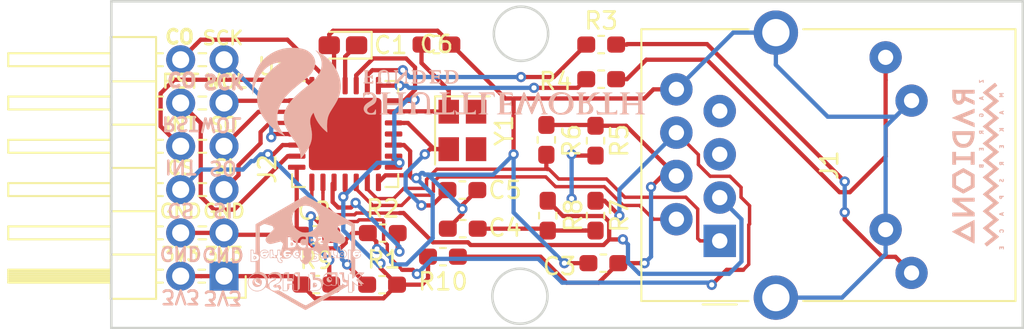
<source format=kicad_pcb>
(kicad_pcb (version 20171130) (host pcbnew "(5.1.4)-1")
  (layers (0 F.Cu signal) (31 B.Cu signal) (34 B.Paste user) (35 F.Paste user) (36 B.SilkS user) (37 F.SilkS user) (38 B.Mask user) (39 F.Mask user) (44 Edge.Cuts user))
  (net 0 "")
  (net 1 "Net-(C1-Pad1)")
  (net 2 GND)
  (net 3 "Net-(C2-Pad1)")
  (net 4 "Net-(C3-Pad2)")
  (net 5 "Net-(C4-Pad2)")
  (net 6 TPOUT+)
  (net 7 TPOUT-)
  (net 8 TPIN+)
  (net 9 "Net-(J1-PadR5)")
  (net 10 TPIN-)
  (net 11 "Net-(J1-PadR7)")
  (net 12 "Net-(J1-PadL1)")
  (net 13 "Net-(J1-PadL4)")
  (net 14 CS)
  (net 15 SI)
  (net 16 INT)
  (net 17 SO)
  (net 18 RESET)
  (net 19 CLKOUT)
  (net 20 WOL)
  (net 21 SCK)
  (net 22 +3V3)
  (net 23 "Net-(R2-Pad2)")
  (net 24 LEDA)
  (net 25 LEDB)
  (net 26 "Net-(C5-Pad1)")
  (net 27 "Net-(C6-Pad1)")
  (module Connector_PinHeader_2.54mm:PinHeader_2x06_P2.54mm_Horizontal (layer F.Cu) (at 128.651 75.311 180)
    (fp_text reference J2 (at -2.54 6.2865 90) (layer F.SilkS))
    (fp_text value Conn_02x06_Odd_Even)
    (pad 1 thru_hole rect (at 0 0 180) (size 1.7 1.7) (drill 1) (layers *.Cu *.Mask) (net 22 +3V3))
    (pad 2 thru_hole oval (at 2.54 0 180) (size 1.7 1.7) (drill 1) (layers *.Cu *.Mask) (net 22 +3V3))
    (pad 3 thru_hole oval (at 0 2.54 180) (size 1.7 1.7) (drill 1) (layers *.Cu *.Mask) (net 2 GND))
    (pad 4 thru_hole oval (at 2.54 2.54 180) (size 1.7 1.7) (drill 1) (layers *.Cu *.Mask) (net 2 GND))
    (pad 5 thru_hole oval (at 0 5.08 180) (size 1.7 1.7) (drill 1) (layers *.Cu *.Mask) (net 15 SI))
    (pad 6 thru_hole oval (at 2.54 5.08 180) (size 1.7 1.7) (drill 1) (layers *.Cu *.Mask) (net 14 CS))
    (pad 7 thru_hole oval (at 0 7.62 180) (size 1.7 1.7) (drill 1) (layers *.Cu *.Mask) (net 17 SO))
    (pad 8 thru_hole oval (at 2.54 7.62 180) (size 1.7 1.7) (drill 1) (layers *.Cu *.Mask) (net 16 INT))
    (pad 9 thru_hole oval (at 0 10.16 180) (size 1.7 1.7) (drill 1) (layers *.Cu *.Mask) (net 20 WOL))
    (pad 10 thru_hole oval (at 2.54 10.16 180) (size 1.7 1.7) (drill 1) (layers *.Cu *.Mask) (net 18 RESET))
    (pad 11 thru_hole oval (at 0 12.7 180) (size 1.7 1.7) (drill 1) (layers *.Cu *.Mask) (net 21 SCK))
    (pad 12 thru_hole oval (at 2.54 12.7 180) (size 1.7 1.7) (drill 1) (layers *.Cu *.Mask) (net 19 CLKOUT))
  )
  (module parts:OSH_7x7 (layer B.Cu) (at 133.477 73.787)
    (fp_text reference G*** hide)
    (fp_text value LOGO hide)
  )
  (module Capacitor_Tantalum_SMD:CP_EIA-1608-08_AVX-J_Pad1.25x1.05mm_HandSolder (layer F.Cu) (at 135.617 61.761 180)
    (fp_text reference C1 (at -2.8 0 180) (layer F.SilkS))
    (fp_text value 10u)
    (pad 1 smd roundrect (at -0.8 0 180) (size 1.25 1.05) (layers F.Cu F.Paste F.Mask) (roundrect_rratio 0.238095) (net 1 "Net-(C1-Pad1)"))
    (pad 2 smd roundrect (at 0.8 0 180) (size 1.25 1.05) (layers F.Cu F.Paste F.Mask) (roundrect_rratio 0.238095) (net 2 GND))
  )
  (module Capacitor_SMD:C_0603_1608Metric_Pad1.05x0.95mm_HandSolder (layer F.Cu) (at 134.05498 72.88276 180)
    (fp_text reference C2 (at 0.127 1.397 180) (layer F.SilkS))
    (fp_text value 100n)
    (pad 1 smd roundrect (at -0.875 0 180) (size 1.05 0.95) (layers F.Cu F.Paste F.Mask) (net 3 "Net-(C2-Pad1)"))
    (pad 2 smd roundrect (at 0.875 0 180) (size 1.05 0.95) (layers F.Cu F.Paste F.Mask) (net 2 GND))
  )
  (module Capacitor_SMD:C_0603_1608Metric_Pad1.05x0.95mm_HandSolder (layer F.Cu) (at 150.876 74.549)
    (fp_text reference C3 (at -2.567 0.185) (layer F.SilkS))
    (fp_text value 100n)
    (pad 1 smd roundrect (at -0.875 0) (size 1.05 0.95) (layers F.Cu F.Paste F.Mask) (net 2 GND))
    (pad 2 smd roundrect (at 0.875 0) (size 1.05 0.95) (layers F.Cu F.Paste F.Mask) (net 4 "Net-(C3-Pad2)"))
  )
  (module Capacitor_SMD:C_0603_1608Metric_Pad1.05x0.95mm_HandSolder (layer F.Cu) (at 142.63624 72.525)
    (fp_text reference C4 (at 2.48076 -0.0508) (layer F.SilkS))
    (fp_text value 100n)
    (pad 2 smd roundrect (at 0.875 0) (size 1.05 0.95) (layers F.Cu F.Paste F.Mask) (net 5 "Net-(C4-Pad2)"))
    (pad 1 smd roundrect (at -0.875 0) (size 1.05 0.95) (layers F.Cu F.Paste F.Mask) (net 2 GND))
  )
  (module Connector_RJ:RJ45_Amphenol_RJMG1BD3B8K1ANR (layer F.Cu) (at 157.69336 73.2409 90)
    (fp_text reference J1 (at 4.445 6.42364 90) (layer F.SilkS))
    (fp_text value RJ45)
    (pad R1 thru_hole rect (at 0 0 90) (size 1.9 1.9) (drill 0.9) (layers *.Cu *.Mask) (net 6 TPOUT+))
    (pad R2 thru_hole circle (at 1.27 -2.54 90) (size 1.9 1.9) (drill 0.9) (layers *.Cu *.Mask) (net 7 TPOUT-))
    (pad R3 thru_hole circle (at 2.54 0 90) (size 1.9 1.9) (drill 0.9) (layers *.Cu *.Mask) (net 8 TPIN+))
    (pad R4 thru_hole circle (at 3.81 -2.54 90) (size 1.9 1.9) (drill 0.9) (layers *.Cu *.Mask) (net 4 "Net-(C3-Pad2)"))
    (pad R5 thru_hole circle (at 5.08 0 90) (size 1.9 1.9) (drill 0.9) (layers *.Cu *.Mask) (net 9 "Net-(J1-PadR5)"))
    (pad R6 thru_hole circle (at 6.35 -2.54 90) (size 1.9 1.9) (drill 0.9) (layers *.Cu *.Mask) (net 10 TPIN-))
    (pad R7 thru_hole circle (at 7.62 0 90) (size 1.9 1.9) (drill 0.9) (layers *.Cu *.Mask) (net 11 "Net-(J1-PadR7)"))
    (pad R8 thru_hole circle (at 8.89 -2.54 90) (size 1.9 1.9) (drill 0.9) (layers *.Cu *.Mask) (net 2 GND))
    (pad L1 thru_hole circle (at 10.77 9.72 90) (size 1.89 1.89) (drill 0.89) (layers *.Cu *.Mask) (net 12 "Net-(J1-PadL1)"))
    (pad L2 thru_hole circle (at 8.23 11.24 90) (size 1.89 1.89) (drill 0.89) (layers *.Cu *.Mask) (net 2 GND))
    (pad L3 thru_hole circle (at 0.66 9.72 90) (size 1.89 1.89) (drill 0.89) (layers *.Cu *.Mask) (net 2 GND))
    (pad L4 thru_hole circle (at -1.88 11.24 90) (size 1.89 1.89) (drill 0.89) (layers *.Cu *.Mask) (net 13 "Net-(J1-PadL4)"))
    (pad 13 thru_hole circle (at -3.33 3.29 90) (size 2.6 2.6) (drill 1.6) (layers *.Cu *.Mask) (net 2 GND))
    (pad 13 thru_hole circle (at 12.22 3.29 90) (size 2.6 2.6) (drill 1.6) (layers *.Cu *.Mask) (net 2 GND))
    (pad "" np_thru_hole circle (at -1.27 6.34 90) (size 3.25 3.25) (drill 3.25) (layers *.Cu *.Mask))
    (pad "" np_thru_hole circle (at 10.16 6.34 90) (size 3.25 3.25) (drill 3.25) (layers *.Cu *.Mask))
  )
  (module Resistor_SMD:R_0603_1608Metric_Pad1.05x0.95mm_HandSolder (layer F.Cu) (at 137.91324 75.81138 180)
    (fp_text reference R1 (at -0.1016 1.4732 180) (layer F.SilkS))
    (fp_text value 4K7)
    (pad 1 smd roundrect (at -0.875 0 180) (size 1.05 0.95) (layers F.Cu F.Paste F.Mask) (net 22 +3V3))
    (pad 2 smd roundrect (at 0.875 0 180) (size 1.05 0.95) (layers F.Cu F.Paste F.Mask) (net 14 CS))
  )
  (module Resistor_SMD:R_0603_1608Metric_Pad1.05x0.95mm_HandSolder (layer F.Cu) (at 137.95134 72.7837)
    (fp_text reference R2 (at 0 -1.43) (layer F.SilkS))
    (fp_text value 2K7)
    (pad 2 smd roundrect (at 0.875 0) (size 1.05 0.95) (layers F.Cu F.Paste F.Mask) (net 23 "Net-(R2-Pad2)"))
    (pad 1 smd roundrect (at -0.875 0) (size 1.05 0.95) (layers F.Cu F.Paste F.Mask) (net 2 GND))
  )
  (module Resistor_SMD:R_0603_1608Metric_Pad1.05x0.95mm_HandSolder (layer F.Cu) (at 150.749 61.722)
    (fp_text reference R3 (at 0 -1.397) (layer F.SilkS))
    (fp_text value 270R)
    (pad 1 smd roundrect (at -0.875 0) (size 1.05 0.95) (layers F.Cu F.Paste F.Mask) (net 24 LEDA))
    (pad 2 smd roundrect (at 0.875 0) (size 1.05 0.95) (layers F.Cu F.Paste F.Mask) (net 13 "Net-(J1-PadL4)"))
  )
  (module Resistor_SMD:R_0603_1608Metric_Pad1.05x0.95mm_HandSolder (layer F.Cu) (at 150.749 63.754)
    (fp_text reference R4 (at -2.667 0.127) (layer F.SilkS))
    (fp_text value 270R)
    (pad 2 smd roundrect (at 0.875 0) (size 1.05 0.95) (layers F.Cu F.Paste F.Mask) (net 12 "Net-(J1-PadL1)"))
    (pad 1 smd roundrect (at -0.875 0) (size 1.05 0.95) (layers F.Cu F.Paste F.Mask) (net 25 LEDB))
  )
  (module Resistor_SMD:R_0603_1608Metric_Pad1.05x0.95mm_HandSolder (layer F.Cu) (at 150.417 67.361 90)
    (fp_text reference R5 (at 0 1.4 90) (layer F.SilkS))
    (fp_text value 270R)
    (pad 2 smd roundrect (at 0.875 0 90) (size 1.05 0.95) (layers F.Cu F.Paste F.Mask) (net 4 "Net-(C3-Pad2)"))
    (pad 1 smd roundrect (at -0.875 0 90) (size 1.05 0.95) (layers F.Cu F.Paste F.Mask) (net 7 TPOUT-))
  )
  (module Resistor_SMD:R_0603_1608Metric_Pad1.05x0.95mm_HandSolder (layer F.Cu) (at 147.53572 67.3133 90)
    (fp_text reference R6 (at -0.0477 1.48128 90) (layer F.SilkS))
    (fp_text value 270R)
    (pad 1 smd roundrect (at -0.875 0 90) (size 1.05 0.95) (layers F.Cu F.Paste F.Mask) (net 6 TPOUT+))
    (pad 2 smd roundrect (at 0.875 0 90) (size 1.05 0.95) (layers F.Cu F.Paste F.Mask) (net 4 "Net-(C3-Pad2)"))
  )
  (module Resistor_SMD:R_0603_1608Metric_Pad1.05x0.95mm_HandSolder (layer F.Cu) (at 150.417 71.761 270)
    (fp_text reference R7 (at 0 -1.4 270) (layer F.SilkS))
    (fp_text value 270R)
    (pad 1 smd roundrect (at -0.875 0 270) (size 1.05 0.95) (layers F.Cu F.Paste F.Mask) (net 10 TPIN-))
    (pad 2 smd roundrect (at 0.875 0 270) (size 1.05 0.95) (layers F.Cu F.Paste F.Mask) (net 5 "Net-(C4-Pad2)"))
  )
  (module Resistor_SMD:R_0603_1608Metric_Pad1.05x0.95mm_HandSolder (layer F.Cu) (at 147.617 71.761 270)
    (fp_text reference R8 (at -0.02178 -1.5 270) (layer F.SilkS))
    (fp_text value 270R)
    (pad 2 smd roundrect (at 0.875 0 270) (size 1.05 0.95) (layers F.Cu F.Paste F.Mask) (net 5 "Net-(C4-Pad2)"))
    (pad 1 smd roundrect (at -0.875 0 270) (size 1.05 0.95) (layers F.Cu F.Paste F.Mask) (net 8 TPIN+))
  )
  (module Resistor_SMD:R_0603_1608Metric_Pad1.05x0.95mm_HandSolder (layer F.Cu) (at 134.05498 75.80376)
    (fp_text reference R9 (at 0 -1.43) (layer F.SilkS))
    (fp_text value 4K7)
    (pad 2 smd roundrect (at 0.875 0) (size 1.05 0.95) (layers F.Cu F.Paste F.Mask) (net 3 "Net-(C2-Pad1)"))
    (pad 1 smd roundrect (at -0.875 0) (size 1.05 0.95) (layers F.Cu F.Paste F.Mask) (net 22 +3V3))
  )
  (module Resistor_SMD:R_0603_1608Metric_Pad1.05x0.95mm_HandSolder (layer F.Cu) (at 141.478 74.168 180)
    (fp_text reference R10 (at 0 -1.4605 180) (layer F.SilkS))
    (fp_text value 10R)
    (pad 1 smd roundrect (at -0.875 0 180) (size 1.05 0.95) (layers F.Cu F.Paste F.Mask) (net 4 "Net-(C3-Pad2)"))
    (pad 2 smd roundrect (at 0.875 0 180) (size 1.05 0.95) (layers F.Cu F.Paste F.Mask) (net 22 +3V3))
  )
  (module Capacitor_SMD:C_0603_1608Metric_Pad1.05x0.95mm_HandSolder (layer F.Cu) (at 142.617 70.261)
    (fp_text reference C5 (at 2.5 0) (layer F.SilkS))
    (fp_text value 18p)
    (pad 1 smd roundrect (at -0.875 0) (size 1.05 0.95) (layers F.Cu F.Paste F.Mask) (net 26 "Net-(C5-Pad1)"))
    (pad 2 smd roundrect (at 0.875 0) (size 1.05 0.95) (layers F.Cu F.Paste F.Mask) (net 2 GND))
  )
  (module Capacitor_SMD:C_0603_1608Metric_Pad1.05x0.95mm_HandSolder (layer F.Cu) (at 141.097 61.722)
    (fp_text reference C6 (at 0.004 -0.023) (layer F.SilkS))
    (fp_text value 18p)
    (pad 2 smd roundrect (at 0.875 0) (size 1.05 0.95) (layers F.Cu F.Paste F.Mask) (net 2 GND))
    (pad 1 smd roundrect (at -0.875 0) (size 1.05 0.95) (layers F.Cu F.Paste F.Mask) (net 27 "Net-(C6-Pad1)"))
  )
  (module Package_DFN_QFN:QFN-28-1EP_6x6mm_P0.65mm_EP4.25x4.25mm (layer F.Cu) (at 135.74776 66.96964)
    (fp_text reference U1 (at -4.13076 -3.95864 180) (layer F.SilkS))
    (fp_text value ENC28J60)
    (pad 29 smd roundrect (at 0 0) (size 4.25 4.25) (layers F.Cu F.Mask) (roundrect_rratio 0.058824))
    (pad 1 smd roundrect (at -2.8375 -1.95) (size 1.025 0.3) (layers F.Cu F.Paste F.Mask) (net 20 WOL))
    (pad 2 smd roundrect (at -2.8375 -1.3) (size 1.025 0.3) (layers F.Cu F.Paste F.Mask) (net 17 SO))
    (pad 3 smd roundrect (at -2.8375 -0.65) (size 1.025 0.3) (layers F.Cu F.Paste F.Mask) (net 15 SI))
    (pad 4 smd roundrect (at -2.8375 0) (size 1.025 0.3) (layers F.Cu F.Paste F.Mask) (net 21 SCK))
    (pad 5 smd roundrect (at -2.8375 0.65) (size 1.025 0.3) (layers F.Cu F.Paste F.Mask) (net 14 CS))
    (pad 6 smd roundrect (at -2.8375 1.3) (size 1.025 0.3) (layers F.Cu F.Paste F.Mask) (net 18 RESET))
    (pad 7 smd roundrect (at -2.8375 1.95) (size 1.025 0.3) (layers F.Cu F.Paste F.Mask) (net 2 GND))
    (pad 8 smd roundrect (at -1.95 2.8375) (size 0.3 1.025) (layers F.Cu F.Paste F.Mask) (net 10 TPIN-))
    (pad 9 smd roundrect (at -1.3 2.8375) (size 0.3 1.025) (layers F.Cu F.Paste F.Mask) (net 8 TPIN+))
    (pad 10 smd roundrect (at -0.65 2.8375) (size 0.3 1.025) (layers F.Cu F.Paste F.Mask) (net 23 "Net-(R2-Pad2)"))
    (pad 11 smd roundrect (at 0 2.8375) (size 0.3 1.025) (layers F.Cu F.Paste F.Mask) (net 22 +3V3))
    (pad 12 smd roundrect (at 0.65 2.8375) (size 0.3 1.025) (layers F.Cu F.Paste F.Mask) (net 7 TPOUT-))
    (pad 13 smd roundrect (at 1.3 2.8375) (size 0.3 1.025) (layers F.Cu F.Paste F.Mask) (net 6 TPOUT+))
    (pad 14 smd roundrect (at 1.95 2.8375) (size 0.3 1.025) (layers F.Cu F.Paste F.Mask) (net 2 GND))
    (pad 15 smd roundrect (at 2.8375 1.95) (size 1.025 0.3) (layers F.Cu F.Paste F.Mask) (net 22 +3V3))
    (pad 16 smd roundrect (at 2.8375 1.3) (size 1.025 0.3) (layers F.Cu F.Paste F.Mask) (net 22 +3V3))
    (pad 17 smd roundrect (at 2.8375 0.65) (size 1.025 0.3) (layers F.Cu F.Paste F.Mask) (net 2 GND))
    (pad 18 smd roundrect (at 2.8375 0) (size 1.025 0.3) (layers F.Cu F.Paste F.Mask) (net 2 GND))
    (pad 19 smd roundrect (at 2.8375 -0.65) (size 1.025 0.3) (layers F.Cu F.Paste F.Mask) (net 26 "Net-(C5-Pad1)"))
    (pad 20 smd roundrect (at 2.8375 -1.3) (size 1.025 0.3) (layers F.Cu F.Paste F.Mask) (net 27 "Net-(C6-Pad1)"))
    (pad 21 smd roundrect (at 2.8375 -1.95) (size 1.025 0.3) (layers F.Cu F.Paste F.Mask) (net 22 +3V3))
    (pad 22 smd roundrect (at 1.95 -2.8375) (size 0.3 1.025) (layers F.Cu F.Paste F.Mask) (net 25 LEDB))
    (pad 23 smd roundrect (at 1.3 -2.8375) (size 0.3 1.025) (layers F.Cu F.Paste F.Mask) (net 24 LEDA))
    (pad 24 smd roundrect (at 0.65 -2.8375) (size 0.3 1.025) (layers F.Cu F.Paste F.Mask) (net 22 +3V3))
    (pad 25 smd roundrect (at 0 -2.8375) (size 0.3 1.025) (layers F.Cu F.Paste F.Mask) (net 1 "Net-(C1-Pad1)"))
    (pad 26 smd roundrect (at -0.65 -2.8375) (size 0.3 1.025) (layers F.Cu F.Paste F.Mask) (net 2 GND))
    (pad 27 smd roundrect (at -1.3 -2.8375) (size 0.3 1.025) (layers F.Cu F.Paste F.Mask) (net 19 CLKOUT))
    (pad 28 smd roundrect (at -1.95 -2.8375) (size 0.3 1.025) (layers F.Cu F.Paste F.Mask) (net 16 INT))
  )
  (module Crystal:Crystal_SMD_SeikoEpson_FA238-4Pin_3.2x2.5mm (layer F.Cu) (at 142.617 66.761 270)
    (fp_text reference Y1 (at 0 -2.45 270) (layer F.SilkS))
    (fp_text value Crystal)
    (pad 1 smd rect (at -1.1 0.8 270) (size 1.4 1.2) (layers F.Cu F.Paste F.Mask) (net 27 "Net-(C6-Pad1)"))
    (pad 2 smd rect (at 1.1 0.8 270) (size 1.4 1.2) (layers F.Cu F.Paste F.Mask) (net 26 "Net-(C5-Pad1)"))
    (pad 3 smd rect (at 1.1 -0.8 270) (size 1.4 1.2) (layers F.Cu F.Paste F.Mask))
    (pad 4 smd rect (at -1.1 -0.8 270) (size 1.4 1.2) (layers F.Cu F.Paste F.Mask))
  )
  (module parts:shutleworth (layer B.Cu) (at 141.717 65.161)
    (fp_text reference G*** hide)
    (fp_text value LOGO hide)
  )
  (module parts:radiona-10mm (layer B.Cu) (at 172.817 68.761 270)
    (fp_text reference G*** hide)
    (fp_text value LOGO hide)
  )
  (gr_line (start 175.4505 78.359) (end 122.047 78.359) (layer Edge.Cuts) (width 0.15))
  (gr_line (start 175.4505 59.182) (end 175.4505 78.359) (layer Edge.Cuts) (width 0.15))
  (gr_line (start 122.047 59.182) (end 122.047 78.359) (layer Edge.Cuts) (width 0.15))
  (gr_line (start 175.4505 59.182) (end 122.047 59.182) (layer Edge.Cuts) (width 0.15))
  (gr_circle (center 145.9865 76.488554) (end 147.1295 77.631554) (layer Edge.Cuts) (width 0.15))
  (gr_circle (center 146.05 61.087) (end 145.288 59.69) (layer Edge.Cuts) (width 0.15))
  (gr_text SI (at 128.5875 71.4375 180) (layer B.SilkS) (effects (font (size 0.8 0.8)) (justify mirror)))
  (gr_text 3V3 (at 128.5875 76.581 180) (layer B.SilkS) (effects (font (size 0.8 0.8)) (justify mirror)))
  (gr_text GND (at 128.5875 74.041 180) (layer B.SilkS) (effects (font (size 0.8 0.8)) (justify mirror)))
  (gr_text WOL (at 128.4605 66.421 180) (layer B.SilkS) (effects (font (size 0.8 0.8)) (justify mirror)))
  (gr_text SO (at 128.5875 68.961 180) (layer B.SilkS) (effects (font (size 0.8 0.8)) (justify mirror)))
  (gr_text SCK (at 128.651 63.881 180) (layer B.SilkS) (effects (font (size 0.8 0.8) (thickness 0.2)) (justify mirror)))
  (gr_text INT (at 126.111 68.8975 180) (layer B.SilkS) (effects (font (size 0.8 0.8)) (justify mirror)))
  (gr_text 3V3 (at 126.111 76.5175 180) (layer B.SilkS) (effects (font (size 0.8 0.8)) (justify mirror)))
  (gr_text RST (at 126.111 66.3575 180) (layer B.SilkS) (effects (font (size 0.8 0.8)) (justify mirror)))
  (gr_text CS (at 126.111 71.4375 180) (layer B.SilkS) (effects (font (size 0.8 0.8)) (justify mirror)))
  (gr_text GND (at 126.111 73.9775 180) (layer B.SilkS) (effects (font (size 0.8 0.8)) (justify mirror)))
  (gr_text CO (at 126.1745 63.754 180) (layer B.SilkS) (effects (font (size 0.8 0.8) (thickness 0.2)) (justify mirror)))
  (gr_text 3V3 (at 128.651 74.041) (layer F.SilkS) (effects (font (size 0.8 0.8))))
  (gr_text 3V3 (at 126.111 74.041) (layer F.SilkS) (effects (font (size 0.8 0.8))))
  (gr_text GND (at 128.651 71.501) (layer F.SilkS) (effects (font (size 0.8 0.8))))
  (gr_text GND (at 126.111 71.501) (layer F.SilkS) (effects (font (size 0.8 0.8))))
  (gr_text SCK (at 128.5875 61.341) (layer F.SilkS) (effects (font (size 0.8 0.8))))
  (gr_text WOL (at 128.778 63.881) (layer F.SilkS) (effects (font (size 0.8 0.8))))
  (gr_text CO (at 126.0475 61.2775) (layer F.SilkS) (effects (font (size 0.8 0.8) (thickness 0.2))))
  (gr_text RST (at 126.111 63.881) (layer F.SilkS) (effects (font (size 0.8 0.8))))
  (gr_text SO (at 128.651 66.421) (layer F.SilkS) (effects (font (size 0.8 0.8))))
  (gr_text INT (at 126.111 66.421) (layer F.SilkS) (effects (font (size 0.8 0.8))))
  (gr_text SI (at 128.651 68.8975) (layer F.SilkS) (effects (font (size 0.8 0.8))))
  (gr_text CS (at 126.111 68.961) (layer F.SilkS) (effects (font (size 0.8 0.8))))
  (segment (start 135.74776 62.43024) (end 135.74776 64.13214) (width 0.25) (layer F.Cu) (net 1))
  (segment (start 136.417 61.761) (end 135.74776 62.43024) (width 0.25) (layer F.Cu) (net 1))
  (segment (start 135.09776 62.04176) (end 135.09776 64.13214) (width 0.25) (layer F.Cu) (net 2))
  (segment (start 134.817 61.761) (end 135.09776 62.04176) (width 0.25) (layer F.Cu) (net 2))
  (segment (start 132.91026 72.61304) (end 133.17998 72.88276) (width 0.25) (layer F.Cu) (net 2))
  (segment (start 132.91026 68.91964) (end 132.91026 72.61304) (width 0.25) (layer F.Cu) (net 2))
  (segment (start 128.76276 72.88276) (end 128.651 72.771) (width 0.25) (layer F.Cu) (net 2))
  (segment (start 133.17998 72.88276) (end 128.76276 72.88276) (width 0.25) (layer F.Cu) (net 2))
  (segment (start 128.651 72.771) (end 126.111 72.771) (width 0.25) (layer F.Cu) (net 2))
  (segment (start 138.58526 67.61964) (end 138.58526 66.96964) (width 0.25) (layer F.Cu) (net 2))
  (via (at 142.617 71.361) (size 0.6) (drill 0.3) (layers F.Cu B.Cu) (net 2))
  (segment (start 142.617 71.136) (end 143.492 70.261) (width 0.25) (layer F.Cu) (net 2))
  (segment (start 142.617 71.361) (end 142.617 71.136) (width 0.25) (layer F.Cu) (net 2))
  (segment (start 142.617 71.66924) (end 141.76124 72.525) (width 0.25) (layer F.Cu) (net 2))
  (segment (start 142.617 71.361) (end 142.617 71.66924) (width 0.25) (layer F.Cu) (net 2))
  (via (at 145.617 68.161) (size 0.6) (drill 0.3) (layers F.Cu B.Cu) (net 2))
  (segment (start 145.617 68.161) (end 145.617 64.886) (width 0.25) (layer F.Cu) (net 2))
  (segment (start 133.17998 72.88276) (end 133.97999 73.68277) (width 0.25) (layer F.Cu) (net 2))
  (segment (start 135.77999 73.175347) (end 136.171637 72.7837) (width 0.25) (layer F.Cu) (net 2))
  (segment (start 135.77999 73.35326) (end 135.77999 73.175347) (width 0.25) (layer F.Cu) (net 2))
  (segment (start 137.575412 73.676021) (end 137.616989 73.717598) (width 0.25) (layer F.Cu) (net 2))
  (segment (start 137.07634 72.7837) (end 137.575412 73.282772) (width 0.25) (layer F.Cu) (net 2))
  (segment (start 135.45048 73.68277) (end 135.77999 73.35326) (width 0.25) (layer F.Cu) (net 2))
  (segment (start 137.575412 73.282772) (end 137.575412 73.676021) (width 0.25) (layer F.Cu) (net 2))
  (via (at 137.616989 73.717598) (size 0.6) (drill 0.3) (layers F.Cu B.Cu) (net 2))
  (segment (start 136.45134 72.7837) (end 137.07634 72.7837) (width 0.25) (layer F.Cu) (net 2))
  (segment (start 136.171637 72.7837) (end 136.45134 72.7837) (width 0.25) (layer F.Cu) (net 2))
  (segment (start 133.97999 73.68277) (end 135.45048 73.68277) (width 0.25) (layer F.Cu) (net 2))
  (segment (start 167.41336 73.917331) (end 167.41336 72.5809) (width 0.25) (layer B.Cu) (net 2))
  (segment (start 167.41336 74.016902) (end 167.41336 73.917331) (width 0.25) (layer B.Cu) (net 2))
  (segment (start 164.859362 76.5709) (end 167.41336 74.016902) (width 0.25) (layer B.Cu) (net 2))
  (segment (start 160.98336 76.5709) (end 164.859362 76.5709) (width 0.25) (layer B.Cu) (net 2))
  (segment (start 167.41336 66.5309) (end 168.93336 65.0109) (width 0.25) (layer B.Cu) (net 2))
  (segment (start 167.41336 72.5809) (end 167.41336 66.5309) (width 0.25) (layer B.Cu) (net 2))
  (segment (start 160.98336 62.859377) (end 160.98336 61.0209) (width 0.25) (layer B.Cu) (net 2))
  (segment (start 160.98336 62.916902) (end 160.98336 62.859377) (width 0.25) (layer B.Cu) (net 2))
  (segment (start 164.022357 65.955899) (end 160.98336 62.916902) (width 0.25) (layer B.Cu) (net 2))
  (segment (start 167.988361 65.955899) (end 164.022357 65.955899) (width 0.25) (layer B.Cu) (net 2))
  (segment (start 168.93336 65.0109) (end 167.988361 65.955899) (width 0.25) (layer B.Cu) (net 2))
  (segment (start 158.48336 61.0209) (end 155.15336 64.3509) (width 0.25) (layer B.Cu) (net 2))
  (segment (start 160.98336 61.0209) (end 158.48336 61.0209) (width 0.25) (layer B.Cu) (net 2))
  (via (at 139.916969 69.560978) (size 0.6) (drill 0.3) (layers F.Cu B.Cu) (net 2))
  (segment (start 139.678276 69.560978) (end 139.916969 69.560978) (width 0.25) (layer F.Cu) (net 2))
  (segment (start 138.604658 74.623654) (end 139.335118 74.623654) (width 0.25) (layer B.Cu) (net 2))
  (segment (start 138.442002 74.260998) (end 138.442002 74.460998) (width 0.25) (layer B.Cu) (net 2))
  (segment (start 145.617 68.161) (end 144.421138 69.356862) (width 0.25) (layer B.Cu) (net 2))
  (segment (start 137.69776 69.80714) (end 138.11025 69.39465) (width 0.25) (layer F.Cu) (net 2))
  (segment (start 139.335118 74.623654) (end 140.876365 73.082407) (width 0.25) (layer B.Cu) (net 2))
  (segment (start 139.538798 69.39465) (end 139.613887 69.469739) (width 0.25) (layer F.Cu) (net 2))
  (segment (start 139.613887 69.496589) (end 139.678276 69.560978) (width 0.25) (layer F.Cu) (net 2))
  (segment (start 138.442002 74.460998) (end 138.604658 74.623654) (width 0.25) (layer B.Cu) (net 2))
  (segment (start 142.617 71.361) (end 140.612862 69.356862) (width 0.25) (layer B.Cu) (net 2))
  (segment (start 140.216968 69.260979) (end 139.916969 69.560978) (width 0.25) (layer B.Cu) (net 2))
  (segment (start 139.55472 67.9766) (end 139.55472 69.410572) (width 0.25) (layer F.Cu) (net 2))
  (segment (start 140.612862 69.356862) (end 140.409679 69.356862) (width 0.25) (layer B.Cu) (net 2))
  (segment (start 140.876365 73.082407) (end 140.876365 70.520374) (width 0.25) (layer B.Cu) (net 2))
  (segment (start 139.55472 69.410572) (end 139.613887 69.469739) (width 0.25) (layer F.Cu) (net 2))
  (segment (start 137.898602 73.717598) (end 138.442002 74.260998) (width 0.25) (layer B.Cu) (net 2))
  (segment (start 139.613887 69.469739) (end 139.613887 69.496589) (width 0.25) (layer F.Cu) (net 2))
  (segment (start 144.421138 69.356862) (end 140.409679 69.356862) (width 0.25) (layer B.Cu) (net 2))
  (segment (start 138.11025 69.39465) (end 139.538798 69.39465) (width 0.25) (layer F.Cu) (net 2))
  (segment (start 137.616989 73.717598) (end 137.898602 73.717598) (width 0.25) (layer B.Cu) (net 2))
  (segment (start 140.876365 70.520374) (end 140.216968 69.860977) (width 0.25) (layer B.Cu) (net 2))
  (segment (start 139.19776 67.61964) (end 139.55472 67.9766) (width 0.25) (layer F.Cu) (net 2))
  (segment (start 138.58526 67.61964) (end 139.19776 67.61964) (width 0.25) (layer F.Cu) (net 2))
  (segment (start 140.313796 69.260979) (end 140.216968 69.260979) (width 0.25) (layer B.Cu) (net 2))
  (segment (start 140.409679 69.356862) (end 140.313796 69.260979) (width 0.25) (layer B.Cu) (net 2))
  (segment (start 140.216968 69.860977) (end 139.916969 69.560978) (width 0.25) (layer B.Cu) (net 2))
  (segment (start 153.809858 64.3509) (end 155.15336 64.3509) (width 0.25) (layer F.Cu) (net 2))
  (segment (start 153.274758 64.886) (end 153.809858 64.3509) (width 0.25) (layer F.Cu) (net 2))
  (segment (start 145.617 64.886) (end 153.274758 64.886) (width 0.25) (layer F.Cu) (net 2))
  (segment (start 145.136 64.886) (end 145.617 64.886) (width 0.25) (layer F.Cu) (net 2))
  (segment (start 141.972 61.722) (end 145.136 64.886) (width 0.25) (layer F.Cu) (net 2))
  (via (at 148.59 74.549) (size 0.6) (drill 0.3) (layers F.Cu B.Cu) (net 2))
  (segment (start 145.617 68.161) (end 145.617 71.576) (width 0.25) (layer B.Cu) (net 2))
  (segment (start 145.617 71.576) (end 148.59 74.549) (width 0.25) (layer B.Cu) (net 2))
  (segment (start 148.59 74.549) (end 150.001 74.549) (width 0.25) (layer F.Cu) (net 2))
  (segment (start 141.472928 61.222928) (end 141.972 61.722) (width 0.25) (layer F.Cu) (net 2))
  (segment (start 141.16099 60.91099) (end 141.472928 61.222928) (width 0.25) (layer F.Cu) (net 2))
  (segment (start 135.04201 60.91099) (end 141.16099 60.91099) (width 0.25) (layer F.Cu) (net 2))
  (segment (start 134.817 61.136) (end 135.04201 60.91099) (width 0.25) (layer F.Cu) (net 2))
  (segment (start 134.817 61.761) (end 134.817 61.136) (width 0.25) (layer F.Cu) (net 2))
  (via (at 134.817 74.361) (size 0.6) (drill 0.3) (layers F.Cu B.Cu) (net 3))
  (segment (start 134.817 75.69078) (end 134.92998 75.80376) (width 0.25) (layer F.Cu) (net 3))
  (segment (start 134.817 74.361) (end 134.817 75.69078) (width 0.25) (layer F.Cu) (net 3))
  (segment (start 133.738568 73.282568) (end 133.738568 72.226302) (width 0.25) (layer B.Cu) (net 3))
  (segment (start 134.817 74.361) (end 133.738568 73.282568) (width 0.25) (layer B.Cu) (net 3))
  (segment (start 134.92998 72.88276) (end 133.849258 71.802038) (width 0.25) (layer F.Cu) (net 3))
  (segment (start 133.738568 72.226302) (end 133.738568 71.802038) (width 0.25) (layer B.Cu) (net 3))
  (segment (start 133.849258 71.802038) (end 133.738568 71.802038) (width 0.25) (layer F.Cu) (net 3))
  (via (at 133.738568 71.802038) (size 0.6) (drill 0.3) (layers F.Cu B.Cu) (net 3))
  (segment (start 150.3693 66.4383) (end 150.417 66.486) (width 0.25) (layer F.Cu) (net 4))
  (segment (start 147.53572 66.4383) (end 150.3693 66.4383) (width 0.25) (layer F.Cu) (net 4))
  (segment (start 152.20846 66.486) (end 155.15336 69.4309) (width 0.25) (layer F.Cu) (net 4))
  (segment (start 150.417 66.486) (end 152.20846 66.486) (width 0.25) (layer F.Cu) (net 4))
  (via (at 153.67 70.080901) (size 0.6) (drill 0.3) (layers F.Cu B.Cu) (net 4))
  (segment (start 155.15336 69.4309) (end 154.320001 69.4309) (width 0.25) (layer F.Cu) (net 4))
  (segment (start 154.320001 69.4309) (end 153.67 70.080901) (width 0.25) (layer F.Cu) (net 4))
  (via (at 153.289 74.549) (size 0.6) (drill 0.3) (layers F.Cu B.Cu) (net 4))
  (segment (start 153.67 70.080901) (end 153.67 74.168) (width 0.25) (layer B.Cu) (net 4))
  (segment (start 153.67 74.168) (end 153.289 74.549) (width 0.25) (layer B.Cu) (net 4))
  (segment (start 153.289 74.549) (end 151.751 74.549) (width 0.25) (layer F.Cu) (net 4))
  (segment (start 142.353 74.168) (end 147.193 74.168) (width 0.25) (layer F.Cu) (net 4))
  (segment (start 147.193 74.168) (end 148.717 75.692) (width 0.25) (layer F.Cu) (net 4))
  (segment (start 150.608 75.692) (end 151.751 74.549) (width 0.25) (layer F.Cu) (net 4))
  (segment (start 148.717 75.692) (end 150.608 75.692) (width 0.25) (layer F.Cu) (net 4))
  (segment (start 147.506 72.525) (end 147.617 72.636) (width 0.25) (layer F.Cu) (net 5))
  (segment (start 143.51124 72.525) (end 147.506 72.525) (width 0.25) (layer F.Cu) (net 5))
  (segment (start 149.842 72.636) (end 147.617 72.636) (width 0.25) (layer F.Cu) (net 5))
  (segment (start 150.417 72.636) (end 149.842 72.636) (width 0.25) (layer F.Cu) (net 5))
  (segment (start 157.69336 73.2409) (end 156.54336 73.2409) (width 0.2) (layer F.Cu) (net 6))
  (segment (start 156.54336 73.2409) (end 156.403361 73.100901) (width 0.2) (layer F.Cu) (net 6))
  (segment (start 156.403361 73.100901) (end 156.403361 71.370899) (width 0.2) (layer F.Cu) (net 6))
  (segment (start 156.403361 71.370899) (end 155.713363 70.680901) (width 0.2) (layer F.Cu) (net 6))
  (segment (start 152.13344 70.680901) (end 151.063538 69.610999) (width 0.2) (layer F.Cu) (net 6))
  (segment (start 148.263538 69.610999) (end 147.688538 69.035999) (width 0.2) (layer F.Cu) (net 6))
  (segment (start 151.063538 69.610999) (end 148.263538 69.610999) (width 0.2) (layer F.Cu) (net 6))
  (segment (start 155.713363 70.680901) (end 152.13344 70.680901) (width 0.2) (layer F.Cu) (net 6))
  (segment (start 147.53572 68.954719) (end 147.617 69.035999) (width 0.25) (layer F.Cu) (net 6))
  (segment (start 147.53572 68.1883) (end 147.53572 68.954719) (width 0.25) (layer F.Cu) (net 6))
  (segment (start 147.688538 69.035999) (end 147.617 69.035999) (width 0.2) (layer F.Cu) (net 6))
  (segment (start 141.116145 69.035999) (end 140.516979 69.635165) (width 0.2) (layer F.Cu) (net 6))
  (segment (start 139.18269 70.160988) (end 138.582677 70.761001) (width 0.2) (layer F.Cu) (net 6))
  (segment (start 140.516979 70.114699) (end 140.47069 70.160988) (width 0.2) (layer F.Cu) (net 6))
  (segment (start 140.516979 69.635165) (end 140.516979 70.114699) (width 0.2) (layer F.Cu) (net 6))
  (segment (start 138.582677 70.761001) (end 137.608775 70.761001) (width 0.2) (layer F.Cu) (net 6))
  (segment (start 137.04776 70.199986) (end 137.04776 69.80714) (width 0.2) (layer F.Cu) (net 6))
  (segment (start 147.617 69.035999) (end 141.116145 69.035999) (width 0.2) (layer F.Cu) (net 6))
  (segment (start 140.47069 70.160988) (end 139.18269 70.160988) (width 0.2) (layer F.Cu) (net 6))
  (segment (start 137.608775 70.761001) (end 137.04776 70.199986) (width 0.2) (layer F.Cu) (net 6))
  (via (at 149.017 68.161) (size 0.6) (drill 0.3) (layers F.Cu B.Cu) (net 7))
  (segment (start 150.417 68.236) (end 149.092 68.236) (width 0.25) (layer F.Cu) (net 7))
  (segment (start 149.092 68.236) (end 149.017 68.161) (width 0.25) (layer F.Cu) (net 7))
  (via (at 149.017 70.761) (size 0.6) (drill 0.3) (layers F.Cu B.Cu) (net 7))
  (segment (start 149.017 68.161) (end 149.017 70.761) (width 0.25) (layer B.Cu) (net 7))
  (segment (start 149.017 70.761) (end 149.017 70.06099) (width 0.25) (layer F.Cu) (net 7))
  (segment (start 152.999956 71.160998) (end 152.03441 71.160998) (width 0.2) (layer F.Cu) (net 7))
  (segment (start 153.809858 71.9709) (end 152.999956 71.160998) (width 0.2) (layer F.Cu) (net 7))
  (segment (start 152.03441 71.160998) (end 150.934402 70.06099) (width 0.2) (layer F.Cu) (net 7))
  (segment (start 150.934402 70.06099) (end 149.017 70.06099) (width 0.2) (layer F.Cu) (net 7))
  (segment (start 155.15336 71.9709) (end 153.809858 71.9709) (width 0.2) (layer F.Cu) (net 7))
  (segment (start 140.705001 70.560999) (end 139.654521 70.560999) (width 0.2) (layer F.Cu) (net 7))
  (segment (start 148.077146 70.06099) (end 147.502146 69.48599) (width 0.2) (layer F.Cu) (net 7))
  (segment (start 139.654521 70.560999) (end 139.054508 71.161012) (width 0.2) (layer F.Cu) (net 7))
  (segment (start 140.91699 70.34901) (end 140.705001 70.560999) (width 0.2) (layer F.Cu) (net 7))
  (segment (start 139.054508 71.161012) (end 137.358786 71.161012) (width 0.2) (layer F.Cu) (net 7))
  (segment (start 141.231854 69.48599) (end 140.91699 69.800854) (width 0.2) (layer F.Cu) (net 7))
  (segment (start 147.502146 69.48599) (end 141.231854 69.48599) (width 0.2) (layer F.Cu) (net 7))
  (segment (start 137.358786 71.161012) (end 136.39776 70.199986) (width 0.2) (layer F.Cu) (net 7))
  (segment (start 140.91699 69.800854) (end 140.91699 70.34901) (width 0.2) (layer F.Cu) (net 7))
  (segment (start 149.017 70.06099) (end 148.077146 70.06099) (width 0.2) (layer F.Cu) (net 7))
  (segment (start 136.39776 70.199986) (end 136.39776 69.80714) (width 0.2) (layer F.Cu) (net 7))
  (segment (start 136.301445 71.707739) (end 135.097971 71.707739) (width 0.2) (layer F.Cu) (net 8))
  (segment (start 138.936475 71.608679) (end 136.400505 71.608679) (width 0.2) (layer F.Cu) (net 8))
  (segment (start 135.097971 71.707739) (end 134.44776 71.057528) (width 0.2) (layer F.Cu) (net 8))
  (segment (start 134.44776 70.41964) (end 134.44776 69.80714) (width 0.2) (layer F.Cu) (net 8))
  (segment (start 136.400505 71.608679) (end 136.301445 71.707739) (width 0.2) (layer F.Cu) (net 8))
  (segment (start 134.44776 71.057528) (end 134.44776 70.41964) (width 0.2) (layer F.Cu) (net 8))
  (via (at 152.019 73.152) (size 0.6) (drill 0.3) (layers F.Cu B.Cu) (net 8))
  (segment (start 151.21701 73.1565) (end 152.0145 73.1565) (width 0.25) (layer F.Cu) (net 8))
  (segment (start 152.0145 73.1565) (end 152.019 73.152) (width 0.25) (layer F.Cu) (net 8))
  (segment (start 139.172679 71.608679) (end 138.936475 71.608679) (width 0.25) (layer F.Cu) (net 8))
  (segment (start 140.88901 73.32501) (end 139.172679 71.608679) (width 0.25) (layer F.Cu) (net 8))
  (segment (start 142.94076 73.32501) (end 140.88901 73.32501) (width 0.25) (layer F.Cu) (net 8))
  (segment (start 143.10176 73.48601) (end 142.94076 73.32501) (width 0.25) (layer F.Cu) (net 8))
  (segment (start 150.8875 73.48601) (end 143.10176 73.48601) (width 0.25) (layer F.Cu) (net 8))
  (segment (start 151.21701 73.1565) (end 150.8875 73.48601) (width 0.25) (layer F.Cu) (net 8))
  (segment (start 151.21701 72.1155) (end 151.21701 73.1565) (width 0.25) (layer F.Cu) (net 8))
  (segment (start 150.8875 71.78599) (end 151.21701 72.1155) (width 0.25) (layer F.Cu) (net 8))
  (segment (start 148.51699 71.78599) (end 150.8875 71.78599) (width 0.25) (layer F.Cu) (net 8))
  (segment (start 147.617 70.886) (end 148.51699 71.78599) (width 0.25) (layer F.Cu) (net 8))
  (segment (start 152.318999 73.451999) (end 152.019 73.152) (width 0.25) (layer B.Cu) (net 8))
  (segment (start 158.968361 71.975901) (end 158.968361 74.450901) (width 0.25) (layer B.Cu) (net 8))
  (segment (start 157.69336 70.7009) (end 158.968361 71.975901) (width 0.25) (layer B.Cu) (net 8))
  (segment (start 158.968361 74.450901) (end 158.245261 75.174001) (width 0.25) (layer B.Cu) (net 8))
  (segment (start 158.245261 75.174001) (end 152.988999 75.174001) (width 0.25) (layer B.Cu) (net 8))
  (segment (start 152.988999 75.174001) (end 152.318999 74.504001) (width 0.25) (layer B.Cu) (net 8))
  (segment (start 152.318999 74.504001) (end 152.318999 73.451999) (width 0.25) (layer B.Cu) (net 8))
  (via (at 151.817 71.761) (size 0.6) (drill 0.3) (layers F.Cu B.Cu) (net 10))
  (segment (start 150.942 70.886) (end 151.817 71.761) (width 0.25) (layer F.Cu) (net 10))
  (segment (start 150.417 70.886) (end 150.942 70.886) (width 0.25) (layer F.Cu) (net 10))
  (segment (start 151.817 70.22726) (end 155.15336 66.8909) (width 0.25) (layer B.Cu) (net 10))
  (segment (start 151.817 71.761) (end 151.817 70.22726) (width 0.25) (layer B.Cu) (net 10))
  (segment (start 159.393352 74.617293) (end 159.069753 74.940892) (width 0.2) (layer F.Cu) (net 10))
  (segment (start 133.79776 70.973228) (end 133.79776 70.41964) (width 0.2) (layer F.Cu) (net 10))
  (segment (start 158.293361 69.450899) (end 158.943361 70.100899) (width 0.2) (layer F.Cu) (net 10))
  (segment (start 138.216999 74.072997) (end 138.216999 73.459515) (width 0.2) (layer F.Cu) (net 10))
  (segment (start 134.932282 72.10775) (end 133.79776 70.973228) (width 0.2) (layer F.Cu) (net 10))
  (segment (start 156.443359 68.180899) (end 156.443359 68.760901) (width 0.2) (layer F.Cu) (net 10))
  (segment (start 138.216999 73.459515) (end 138.00133 73.243846) (width 0.2) (layer F.Cu) (net 10))
  (segment (start 158.943361 70.680901) (end 159.442 71.17954) (width 0.2) (layer F.Cu) (net 10))
  (segment (start 155.15336 66.8909) (end 156.443359 68.180899) (width 0.2) (layer F.Cu) (net 10))
  (segment (start 138.00133 73.243846) (end 138.00133 72.06353) (width 0.2) (layer F.Cu) (net 10))
  (segment (start 156.443359 68.760901) (end 157.133357 69.450899) (width 0.2) (layer F.Cu) (net 10))
  (segment (start 159.393352 72.302848) (end 159.393352 74.617293) (width 0.2) (layer F.Cu) (net 10))
  (segment (start 133.79776 70.41964) (end 133.79776 69.80714) (width 0.2) (layer F.Cu) (net 10))
  (segment (start 136.467134 72.10775) (end 134.932282 72.10775) (width 0.2) (layer F.Cu) (net 10))
  (segment (start 158.943361 70.100899) (end 158.943361 70.680901) (width 0.2) (layer F.Cu) (net 10))
  (segment (start 159.442 72.2542) (end 159.393352 72.302848) (width 0.2) (layer F.Cu) (net 10))
  (segment (start 139.084894 74.940892) (end 138.216999 74.072997) (width 0.2) (layer F.Cu) (net 10))
  (segment (start 159.442 71.17954) (end 159.442 72.2542) (width 0.2) (layer F.Cu) (net 10))
  (segment (start 136.566194 72.00869) (end 136.467134 72.10775) (width 0.2) (layer F.Cu) (net 10))
  (segment (start 137.94649 72.00869) (end 136.566194 72.00869) (width 0.2) (layer F.Cu) (net 10))
  (segment (start 157.133357 69.450899) (end 158.293361 69.450899) (width 0.2) (layer F.Cu) (net 10))
  (segment (start 138.00133 72.06353) (end 137.94649 72.00869) (width 0.2) (layer F.Cu) (net 10))
  (via (at 139.954 75.184) (size 0.6) (drill 0.3) (layers F.Cu B.Cu) (net 10))
  (segment (start 139.084894 74.940892) (end 139.710892 74.940892) (width 0.25) (layer F.Cu) (net 10))
  (segment (start 139.710892 74.940892) (end 139.954 75.184) (width 0.25) (layer F.Cu) (net 10))
  (segment (start 139.954 75.184) (end 140.843 74.295) (width 0.25) (layer B.Cu) (net 10))
  (segment (start 140.843 74.295) (end 147.066 74.295) (width 0.25) (layer B.Cu) (net 10))
  (segment (start 147.066 74.295) (end 148.463 75.692) (width 0.25) (layer B.Cu) (net 10))
  (via (at 157.226 75.819) (size 0.6) (drill 0.3) (layers F.Cu B.Cu) (net 10))
  (segment (start 148.463 75.692) (end 157.099 75.692) (width 0.25) (layer B.Cu) (net 10))
  (segment (start 157.099 75.692) (end 157.226 75.819) (width 0.25) (layer B.Cu) (net 10))
  (segment (start 158.104108 74.940892) (end 159.069753 74.940892) (width 0.25) (layer F.Cu) (net 10))
  (segment (start 157.226 75.819) (end 158.104108 74.940892) (width 0.25) (layer F.Cu) (net 10))
  (segment (start 167.41336 63.807331) (end 167.41336 62.4709) (width 0.25) (layer F.Cu) (net 12))
  (segment (start 167.41336 68.289642) (end 167.41336 63.807331) (width 0.25) (layer F.Cu) (net 12))
  (segment (start 164.716999 70.386001) (end 165.317001 70.386001) (width 0.25) (layer F.Cu) (net 12))
  (segment (start 156.941998 62.611) (end 164.716999 70.386001) (width 0.25) (layer F.Cu) (net 12))
  (segment (start 165.317001 70.386001) (end 167.41336 68.289642) (width 0.25) (layer F.Cu) (net 12))
  (segment (start 153.392 62.611) (end 156.941998 62.611) (width 0.25) (layer F.Cu) (net 12))
  (segment (start 152.249 63.754) (end 153.392 62.611) (width 0.25) (layer F.Cu) (net 12))
  (segment (start 151.624 63.754) (end 152.249 63.754) (width 0.25) (layer F.Cu) (net 12))
  (via (at 165.017 69.761) (size 0.6) (drill 0.3) (layers F.Cu B.Cu) (net 13))
  (segment (start 156.94828 61.69228) (end 165.017 69.761) (width 0.25) (layer F.Cu) (net 13))
  (via (at 165.017 71.561) (size 0.6) (drill 0.3) (layers F.Cu B.Cu) (net 13))
  (segment (start 165.017 69.761) (end 165.017 71.561) (width 0.25) (layer B.Cu) (net 13))
  (segment (start 167.988361 74.175901) (end 168.93336 75.1209) (width 0.25) (layer F.Cu) (net 13))
  (segment (start 167.207637 74.175901) (end 167.988361 74.175901) (width 0.25) (layer F.Cu) (net 13))
  (segment (start 165.017 71.985264) (end 167.207637 74.175901) (width 0.25) (layer F.Cu) (net 13))
  (segment (start 165.017 71.561) (end 165.017 71.985264) (width 0.25) (layer F.Cu) (net 13))
  (segment (start 152.27872 61.69228) (end 156.94828 61.69228) (width 0.25) (layer F.Cu) (net 13))
  (segment (start 152.249 61.722) (end 152.27872 61.69228) (width 0.25) (layer F.Cu) (net 13))
  (segment (start 151.624 61.722) (end 152.249 61.722) (width 0.25) (layer F.Cu) (net 13))
  (segment (start 126.960999 69.381001) (end 126.111 70.231) (width 0.25) (layer B.Cu) (net 14))
  (segment (start 127.286001 69.055999) (end 126.960999 69.381001) (width 0.25) (layer B.Cu) (net 14))
  (segment (start 129.756316 69.055999) (end 127.286001 69.055999) (width 0.25) (layer B.Cu) (net 14))
  (segment (start 130.251315 68.561) (end 129.756316 69.055999) (width 0.25) (layer B.Cu) (net 14))
  (via (at 131.217 68.161) (size 0.6) (drill 0.3) (layers F.Cu B.Cu) (net 14))
  (segment (start 130.392736 68.561) (end 130.251315 68.561) (width 0.25) (layer B.Cu) (net 14))
  (segment (start 130.792736 68.161) (end 130.392736 68.561) (width 0.25) (layer B.Cu) (net 14))
  (segment (start 131.217 68.161) (end 130.792736 68.161) (width 0.25) (layer B.Cu) (net 14))
  (segment (start 132.91026 67.61964) (end 132.083364 67.61964) (width 0.25) (layer F.Cu) (net 14))
  (segment (start 131.542004 68.161) (end 131.217 68.161) (width 0.25) (layer F.Cu) (net 14))
  (segment (start 132.083364 67.61964) (end 131.542004 68.161) (width 0.25) (layer F.Cu) (net 14))
  (segment (start 135.189049 73.57546) (end 135.561027 73.947438) (width 0.25) (layer B.Cu) (net 14))
  (segment (start 135.561027 74.32277) (end 135.861026 74.622769) (width 0.25) (layer B.Cu) (net 14))
  (via (at 135.861026 74.622769) (size 0.6) (drill 0.3) (layers F.Cu B.Cu) (net 14))
  (segment (start 135.861026 74.634166) (end 135.861026 74.622769) (width 0.25) (layer F.Cu) (net 14))
  (segment (start 135.561027 73.947438) (end 135.561027 74.32277) (width 0.25) (layer B.Cu) (net 14))
  (segment (start 131.217 68.161) (end 135.189049 72.133049) (width 0.25) (layer B.Cu) (net 14))
  (segment (start 135.189049 72.133049) (end 135.189049 73.57546) (width 0.25) (layer B.Cu) (net 14))
  (segment (start 137.03824 75.81138) (end 135.861026 74.634166) (width 0.25) (layer F.Cu) (net 14))
  (segment (start 130.791998 66.860998) (end 130.791998 67.512998) (width 0.25) (layer F.Cu) (net 15))
  (segment (start 129.500999 68.803997) (end 129.500999 69.381001) (width 0.25) (layer F.Cu) (net 15))
  (segment (start 129.500999 69.381001) (end 128.651 70.231) (width 0.25) (layer F.Cu) (net 15))
  (segment (start 130.791998 67.512998) (end 129.500999 68.803997) (width 0.25) (layer F.Cu) (net 15))
  (segment (start 131.333356 66.31964) (end 130.791998 66.860998) (width 0.25) (layer F.Cu) (net 15))
  (segment (start 132.91026 66.31964) (end 131.333356 66.31964) (width 0.25) (layer F.Cu) (net 15))
  (segment (start 133.57705 63.91143) (end 133.79776 64.13214) (width 0.25) (layer F.Cu) (net 16))
  (segment (start 133.451621 63.786001) (end 133.57705 63.91143) (width 0.25) (layer F.Cu) (net 16))
  (segment (start 124.935999 66.515999) (end 124.935999 64.586999) (width 0.25) (layer F.Cu) (net 16))
  (segment (start 125.736997 63.786001) (end 133.451621 63.786001) (width 0.25) (layer F.Cu) (net 16))
  (segment (start 124.935999 64.586999) (end 125.736997 63.786001) (width 0.25) (layer F.Cu) (net 16))
  (segment (start 126.111 67.691) (end 124.935999 66.515999) (width 0.25) (layer F.Cu) (net 16))
  (segment (start 130.67236 65.66964) (end 128.651 67.691) (width 0.25) (layer F.Cu) (net 17))
  (segment (start 132.91026 65.66964) (end 130.67236 65.66964) (width 0.25) (layer F.Cu) (net 17))
  (segment (start 127.286001 70.630001) (end 127.286001 66.326001) (width 0.25) (layer F.Cu) (net 18))
  (segment (start 128.062001 71.406001) (end 127.286001 70.630001) (width 0.25) (layer F.Cu) (net 18))
  (segment (start 132.381364 68.26964) (end 129.245003 71.406001) (width 0.25) (layer F.Cu) (net 18))
  (segment (start 129.245003 71.406001) (end 128.062001 71.406001) (width 0.25) (layer F.Cu) (net 18))
  (segment (start 132.91026 68.26964) (end 132.381364 68.26964) (width 0.25) (layer F.Cu) (net 18))
  (segment (start 127.286001 66.326001) (end 126.960999 66.000999) (width 0.25) (layer F.Cu) (net 18))
  (segment (start 126.960999 66.000999) (end 126.111 65.151) (width 0.25) (layer F.Cu) (net 18))
  (segment (start 127.286001 61.435999) (end 126.960999 61.761001) (width 0.25) (layer F.Cu) (net 19))
  (segment (start 132.364119 61.435999) (end 127.286001 61.435999) (width 0.25) (layer F.Cu) (net 19))
  (segment (start 134.44776 63.51964) (end 132.364119 61.435999) (width 0.25) (layer F.Cu) (net 19))
  (segment (start 126.960999 61.761001) (end 126.111 62.611) (width 0.25) (layer F.Cu) (net 19))
  (segment (start 134.44776 64.13214) (end 134.44776 63.51964) (width 0.25) (layer F.Cu) (net 19))
  (segment (start 128.78236 65.01964) (end 128.651 65.151) (width 0.25) (layer F.Cu) (net 20))
  (segment (start 132.91026 65.01964) (end 128.78236 65.01964) (width 0.25) (layer F.Cu) (net 20))
  (segment (start 131.60836 66.96964) (end 131.417 67.161) (width 0.25) (layer F.Cu) (net 21))
  (segment (start 132.91026 66.96964) (end 131.60836 66.96964) (width 0.25) (layer F.Cu) (net 21))
  (via (at 131.417 67.161) (size 0.6) (drill 0.3) (layers F.Cu B.Cu) (net 21))
  (segment (start 131.417 65.377) (end 128.651 62.611) (width 0.25) (layer B.Cu) (net 21))
  (segment (start 131.417 67.161) (end 131.417 65.377) (width 0.25) (layer B.Cu) (net 21))
  (segment (start 127.313081 75.311) (end 128.651 75.311) (width 0.25) (layer F.Cu) (net 22))
  (segment (start 126.111 75.311) (end 127.313081 75.311) (width 0.25) (layer F.Cu) (net 22))
  (segment (start 132.68722 75.311) (end 133.17998 75.80376) (width 0.25) (layer F.Cu) (net 22))
  (segment (start 128.651 75.311) (end 132.68722 75.311) (width 0.25) (layer F.Cu) (net 22))
  (segment (start 138.289168 76.310452) (end 138.78824 75.81138) (width 0.25) (layer F.Cu) (net 22))
  (segment (start 137.98823 76.61139) (end 138.289168 76.310452) (width 0.25) (layer F.Cu) (net 22))
  (segment (start 133.98761 76.61139) (end 137.98823 76.61139) (width 0.25) (layer F.Cu) (net 22))
  (segment (start 133.17998 75.80376) (end 133.98761 76.61139) (width 0.25) (layer F.Cu) (net 22))
  (segment (start 135.74776 70.549018) (end 135.63906 70.657718) (width 0.25) (layer F.Cu) (net 22))
  (segment (start 135.74776 69.80714) (end 135.74776 70.549018) (width 0.25) (layer F.Cu) (net 22))
  (via (at 135.63906 70.657718) (size 0.6) (drill 0.3) (layers F.Cu B.Cu) (net 22))
  (segment (start 138.58526 68.26964) (end 138.58526 68.91964) (width 0.25) (layer F.Cu) (net 22))
  (via (at 139.817 64.961) (size 0.6) (drill 0.3) (layers F.Cu B.Cu) (net 22))
  (segment (start 138.58526 65.01964) (end 139.75836 65.01964) (width 0.25) (layer F.Cu) (net 22))
  (segment (start 139.75836 65.01964) (end 139.817 64.961) (width 0.25) (layer F.Cu) (net 22))
  (segment (start 135.63906 72.623568) (end 137.576492 74.561) (width 0.25) (layer B.Cu) (net 22))
  (segment (start 135.63906 70.657718) (end 135.63906 72.623568) (width 0.25) (layer B.Cu) (net 22))
  (segment (start 137.576492 74.561) (end 137.817 74.561) (width 0.25) (layer B.Cu) (net 22))
  (via (at 137.817 74.561) (size 0.6) (drill 0.3) (layers F.Cu B.Cu) (net 22))
  (segment (start 137.817 74.84014) (end 138.78824 75.81138) (width 0.25) (layer F.Cu) (net 22))
  (segment (start 137.817 74.561) (end 137.817 74.84014) (width 0.25) (layer F.Cu) (net 22))
  (segment (start 138.58526 65.01964) (end 139.19776 65.01964) (width 0.25) (layer F.Cu) (net 22))
  (segment (start 139.842002 63.060998) (end 139.317002 62.535998) (width 0.25) (layer F.Cu) (net 22))
  (segment (start 136.39776 63.51964) (end 136.39776 64.13214) (width 0.25) (layer F.Cu) (net 22))
  (segment (start 137.381402 62.535998) (end 136.39776 63.51964) (width 0.25) (layer F.Cu) (net 22))
  (segment (start 139.842002 64.375398) (end 139.842002 63.060998) (width 0.25) (layer F.Cu) (net 22))
  (segment (start 139.317002 62.535998) (end 137.381402 62.535998) (width 0.25) (layer F.Cu) (net 22))
  (segment (start 139.19776 65.01964) (end 139.842002 64.375398) (width 0.25) (layer F.Cu) (net 22))
  (segment (start 139.392736 64.961) (end 138.62972 65.724016) (width 0.25) (layer B.Cu) (net 22))
  (segment (start 135.63906 70.657718) (end 137.637789 68.658989) (width 0.25) (layer B.Cu) (net 22))
  (segment (start 137.637789 68.658989) (end 138.505455 68.658989) (width 0.25) (layer B.Cu) (net 22))
  (segment (start 138.62972 65.724016) (end 138.62972 68.35899) (width 0.25) (layer B.Cu) (net 22))
  (segment (start 138.929719 68.614099) (end 138.929719 68.658989) (width 0.25) (layer F.Cu) (net 22))
  (segment (start 138.505455 68.658989) (end 138.929719 68.658989) (width 0.25) (layer B.Cu) (net 22))
  (segment (start 138.58526 68.26964) (end 138.929719 68.614099) (width 0.25) (layer F.Cu) (net 22))
  (segment (start 138.62972 68.35899) (end 138.929719 68.658989) (width 0.25) (layer B.Cu) (net 22))
  (segment (start 139.817 64.961) (end 139.392736 64.961) (width 0.25) (layer B.Cu) (net 22))
  (via (at 138.929719 68.658989) (size 0.6) (drill 0.3) (layers F.Cu B.Cu) (net 22))
  (segment (start 140.603 75.460004) (end 140.603 74.743) (width 0.25) (layer F.Cu) (net 22))
  (segment (start 140.603 74.743) (end 140.603 74.168) (width 0.25) (layer F.Cu) (net 22))
  (segment (start 140.251624 75.81138) (end 140.603 75.460004) (width 0.25) (layer F.Cu) (net 22))
  (segment (start 138.78824 75.81138) (end 140.251624 75.81138) (width 0.25) (layer F.Cu) (net 22))
  (via (at 138.930215 73.87076) (size 0.6) (drill 0.3) (layers F.Cu B.Cu) (net 23))
  (segment (start 138.82634 72.7837) (end 138.82634 73.766885) (width 0.25) (layer F.Cu) (net 23))
  (segment (start 136.359322 71.010092) (end 138.930215 73.580985) (width 0.25) (layer B.Cu) (net 23))
  (segment (start 138.82634 73.766885) (end 138.930215 73.87076) (width 0.25) (layer F.Cu) (net 23))
  (segment (start 135.014059 70.957719) (end 135.339059 71.282719) (width 0.25) (layer F.Cu) (net 23))
  (segment (start 135.09776 69.80714) (end 135.014059 69.890841) (width 0.25) (layer F.Cu) (net 23))
  (segment (start 138.930215 73.580985) (end 138.930215 73.87076) (width 0.25) (layer B.Cu) (net 23))
  (segment (start 135.014059 69.890841) (end 135.014059 70.957719) (width 0.25) (layer F.Cu) (net 23))
  (segment (start 135.339059 71.282719) (end 136.086695 71.282719) (width 0.25) (layer F.Cu) (net 23))
  (segment (start 136.086695 71.282719) (end 136.359322 71.010092) (width 0.25) (layer F.Cu) (net 23))
  (via (at 136.359322 71.010092) (size 0.6) (drill 0.3) (layers F.Cu B.Cu) (net 23))
  (segment (start 147.969 63.627) (end 149.874 61.722) (width 0.25) (layer F.Cu) (net 24))
  (segment (start 146.05 63.627) (end 147.969 63.627) (width 0.25) (layer F.Cu) (net 24))
  (via (at 146.05 63.627) (size 0.6) (drill 0.3) (layers F.Cu B.Cu) (net 24))
  (via (at 139.125059 63.227939) (size 0.6) (drill 0.3) (layers F.Cu B.Cu) (net 24))
  (segment (start 146.05 63.627) (end 139.52412 63.627) (width 0.25) (layer B.Cu) (net 24))
  (segment (start 139.52412 63.627) (end 139.125059 63.227939) (width 0.25) (layer B.Cu) (net 24))
  (segment (start 137.04776 63.51964) (end 137.04776 64.13214) (width 0.25) (layer F.Cu) (net 24))
  (segment (start 137.339461 63.227939) (end 137.04776 63.51964) (width 0.25) (layer F.Cu) (net 24))
  (segment (start 139.125059 63.227939) (end 137.339461 63.227939) (width 0.25) (layer F.Cu) (net 24))
  (via (at 138.938 64.135) (size 0.6) (drill 0.3) (layers F.Cu B.Cu) (net 25))
  (segment (start 137.69776 64.13214) (end 138.93514 64.13214) (width 0.25) (layer F.Cu) (net 25))
  (segment (start 138.93514 64.13214) (end 138.938 64.135) (width 0.25) (layer F.Cu) (net 25))
  (via (at 146.812 64.261) (size 0.6) (drill 0.3) (layers F.Cu B.Cu) (net 25))
  (segment (start 139.488264 64.261) (end 146.812 64.261) (width 0.25) (layer B.Cu) (net 25))
  (segment (start 138.938 64.135) (end 139.362264 64.135) (width 0.25) (layer B.Cu) (net 25))
  (segment (start 139.362264 64.135) (end 139.488264 64.261) (width 0.25) (layer B.Cu) (net 25))
  (segment (start 149.367 64.261) (end 149.874 63.754) (width 0.25) (layer F.Cu) (net 25))
  (segment (start 146.812 64.261) (end 149.367 64.261) (width 0.25) (layer F.Cu) (net 25))
  (segment (start 139.19776 66.31964) (end 138.58526 66.31964) (width 0.25) (layer F.Cu) (net 26))
  (segment (start 139.42564 66.31964) (end 139.19776 66.31964) (width 0.25) (layer F.Cu) (net 26))
  (segment (start 140.967 67.861) (end 139.42564 66.31964) (width 0.25) (layer F.Cu) (net 26))
  (segment (start 141.817 67.861) (end 140.967 67.861) (width 0.25) (layer F.Cu) (net 26))
  (via (at 140.417 68.161) (size 0.6) (drill 0.3) (layers F.Cu B.Cu) (net 26))
  (segment (start 141.817 67.861) (end 140.717 67.861) (width 0.25) (layer F.Cu) (net 26))
  (segment (start 140.717 67.861) (end 140.417 68.161) (width 0.25) (layer F.Cu) (net 26))
  (via (at 140.217 71.161) (size 0.6) (drill 0.3) (layers F.Cu B.Cu) (net 26))
  (segment (start 139.291968 69.286032) (end 139.291968 70.235968) (width 0.25) (layer B.Cu) (net 26))
  (segment (start 139.291968 70.235968) (end 140.217 71.161) (width 0.25) (layer B.Cu) (net 26))
  (segment (start 140.417 68.161) (end 139.291968 69.286032) (width 0.25) (layer B.Cu) (net 26))
  (segment (start 140.842 71.161) (end 141.742 70.261) (width 0.25) (layer F.Cu) (net 26))
  (segment (start 140.217 71.161) (end 140.842 71.161) (width 0.25) (layer F.Cu) (net 26))
  (segment (start 140.967 65.661) (end 141.817 65.661) (width 0.25) (layer F.Cu) (net 27))
  (segment (start 140.946435 65.640435) (end 140.967 65.661) (width 0.25) (layer F.Cu) (net 27))
  (segment (start 138.614465 65.640435) (end 140.946435 65.640435) (width 0.25) (layer F.Cu) (net 27))
  (segment (start 138.58526 65.66964) (end 138.614465 65.640435) (width 0.25) (layer F.Cu) (net 27))
  (segment (start 141.817 64.711) (end 141.817 65.661) (width 0.25) (layer F.Cu) (net 27))
  (segment (start 141.817 64.399586) (end 141.817 64.711) (width 0.25) (layer F.Cu) (net 27))
  (segment (start 140.222 62.804586) (end 141.817 64.399586) (width 0.25) (layer F.Cu) (net 27))
  (segment (start 140.222 61.722) (end 140.222 62.804586) (width 0.25) (layer F.Cu) (net 27))
)
</source>
